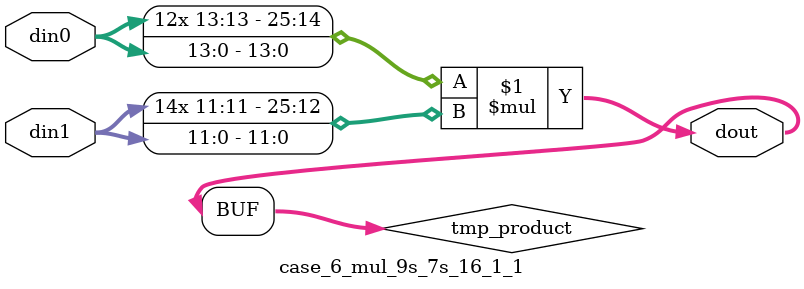
<source format=v>

`timescale 1 ns / 1 ps

 (* use_dsp = "no" *)  module case_6_mul_9s_7s_16_1_1(din0, din1, dout);
parameter ID = 1;
parameter NUM_STAGE = 0;
parameter din0_WIDTH = 14;
parameter din1_WIDTH = 12;
parameter dout_WIDTH = 26;

input [din0_WIDTH - 1 : 0] din0; 
input [din1_WIDTH - 1 : 0] din1; 
output [dout_WIDTH - 1 : 0] dout;

wire signed [dout_WIDTH - 1 : 0] tmp_product;



























assign tmp_product = $signed(din0) * $signed(din1);








assign dout = tmp_product;





















endmodule

</source>
